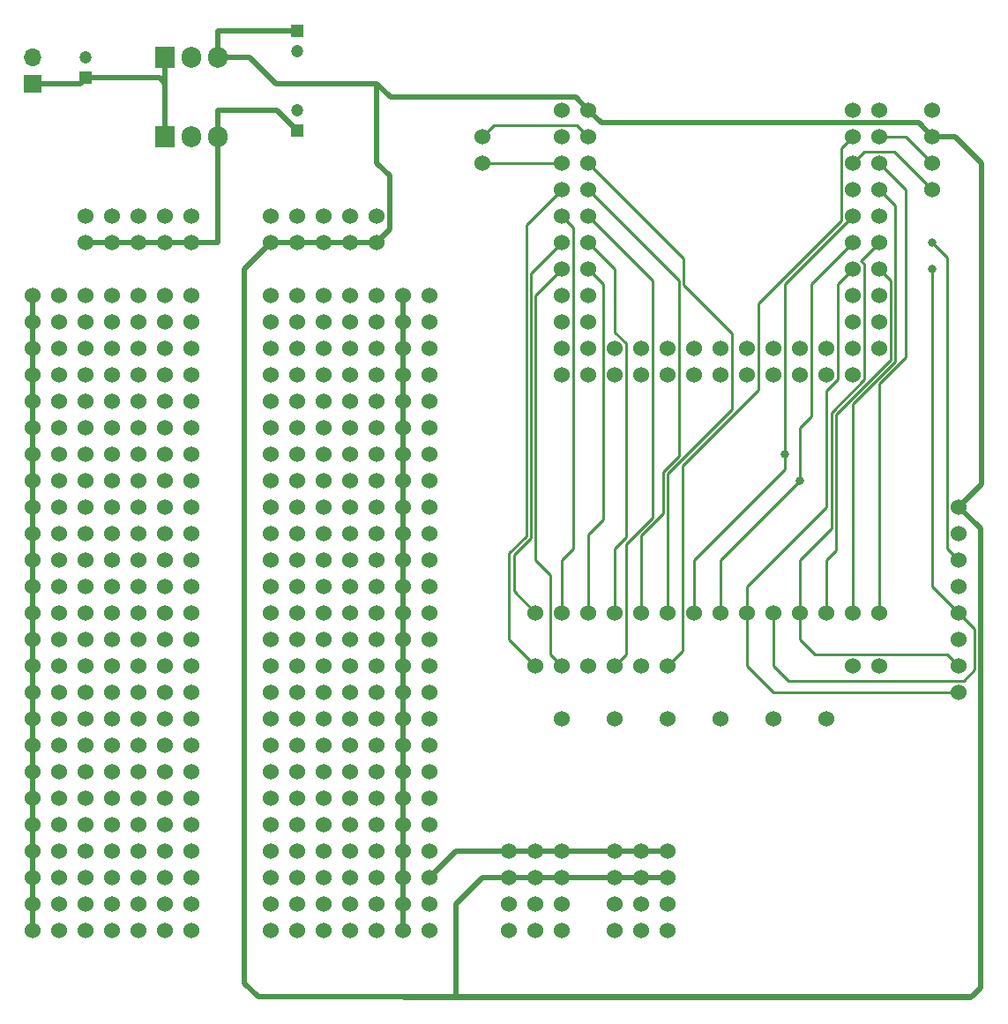
<source format=gbr>
%TF.GenerationSoftware,KiCad,Pcbnew,7.0.10*%
%TF.CreationDate,2024-01-16T02:40:29-05:00*%
%TF.ProjectId,esp32-wroom-adapter,65737033-322d-4777-926f-6f6d2d616461,v1.10*%
%TF.SameCoordinates,Original*%
%TF.FileFunction,Copper,L1,Top*%
%TF.FilePolarity,Positive*%
%FSLAX46Y46*%
G04 Gerber Fmt 4.6, Leading zero omitted, Abs format (unit mm)*
G04 Created by KiCad (PCBNEW 7.0.10) date 2024-01-16 02:40:29*
%MOMM*%
%LPD*%
G01*
G04 APERTURE LIST*
%TA.AperFunction,ComponentPad*%
%ADD10C,1.524000*%
%TD*%
%TA.AperFunction,ComponentPad*%
%ADD11R,1.905000X2.000000*%
%TD*%
%TA.AperFunction,ComponentPad*%
%ADD12O,1.905000X2.000000*%
%TD*%
%TA.AperFunction,ComponentPad*%
%ADD13R,1.200000X1.200000*%
%TD*%
%TA.AperFunction,ComponentPad*%
%ADD14C,1.200000*%
%TD*%
%TA.AperFunction,ComponentPad*%
%ADD15R,1.700000X1.700000*%
%TD*%
%TA.AperFunction,ComponentPad*%
%ADD16O,1.700000X1.700000*%
%TD*%
%TA.AperFunction,ViaPad*%
%ADD17C,0.800000*%
%TD*%
%TA.AperFunction,Conductor*%
%ADD18C,0.500000*%
%TD*%
%TA.AperFunction,Conductor*%
%ADD19C,0.250000*%
%TD*%
G04 APERTURE END LIST*
D10*
%TO.P,J2,GND,GND*%
%TO.N,GND*%
X190500000Y-124460000D03*
X193040000Y-124460000D03*
X195580000Y-124460000D03*
%TO.P,J2,SCL,SCL*%
%TO.N,Net-(J5-IO22)*%
X190500000Y-132080000D03*
X193040000Y-132080000D03*
X195580000Y-132080000D03*
%TO.P,J2,SDA,SDA*%
%TO.N,Net-(J5-IO21)*%
X190500000Y-129540000D03*
X193040000Y-129540000D03*
X195580000Y-129540000D03*
%TO.P,J2,Vcc,VCC*%
%TO.N,+3V3*%
X190500000Y-127000000D03*
X193040000Y-127000000D03*
X195580000Y-127000000D03*
%TD*%
%TO.P,BRD_25x1,*%
%TO.N,*%
X139700000Y-73660000D03*
X139700000Y-76200000D03*
X139700000Y-78740000D03*
X139700000Y-83820000D03*
X139700000Y-86360000D03*
X139700000Y-88900000D03*
X139700000Y-91440000D03*
X139700000Y-96520000D03*
X139700000Y-99060000D03*
X139700000Y-101600000D03*
X139700000Y-104140000D03*
X139700000Y-109220000D03*
X139700000Y-111760000D03*
X139700000Y-114300000D03*
X139700000Y-116840000D03*
X139700000Y-121920000D03*
X139700000Y-124460000D03*
X139700000Y-127000000D03*
X139700000Y-129540000D03*
X142240000Y-73660000D03*
X142240000Y-76200000D03*
X142240000Y-78740000D03*
X142240000Y-83820000D03*
X142240000Y-86360000D03*
X142240000Y-88900000D03*
X142240000Y-91440000D03*
X142240000Y-96520000D03*
X142240000Y-99060000D03*
X142240000Y-101600000D03*
X142240000Y-104140000D03*
X142240000Y-109220000D03*
X142240000Y-111760000D03*
X142240000Y-114300000D03*
X142240000Y-116840000D03*
X142240000Y-121920000D03*
X142240000Y-124460000D03*
X142240000Y-127000000D03*
X142240000Y-129540000D03*
X144780000Y-73660000D03*
X144780000Y-76200000D03*
X144780000Y-78740000D03*
X144780000Y-83820000D03*
X144780000Y-86360000D03*
X144780000Y-88900000D03*
X144780000Y-91440000D03*
X144780000Y-96520000D03*
X144780000Y-99060000D03*
X144780000Y-101600000D03*
X144780000Y-104140000D03*
X144780000Y-109220000D03*
X144780000Y-111760000D03*
X144780000Y-114300000D03*
X144780000Y-116840000D03*
X144780000Y-121920000D03*
X144780000Y-124460000D03*
X144780000Y-127000000D03*
X144780000Y-129540000D03*
X147320000Y-73660000D03*
X147320000Y-76200000D03*
X147320000Y-78740000D03*
X147320000Y-83820000D03*
X147320000Y-86360000D03*
X147320000Y-88900000D03*
X147320000Y-91440000D03*
X147320000Y-96520000D03*
X147320000Y-99060000D03*
X147320000Y-101600000D03*
X147320000Y-104140000D03*
X147320000Y-109220000D03*
X147320000Y-111760000D03*
X147320000Y-114300000D03*
X147320000Y-116840000D03*
X147320000Y-121920000D03*
X147320000Y-124460000D03*
X147320000Y-127000000D03*
X147320000Y-129540000D03*
X149860000Y-73660000D03*
X149860000Y-76200000D03*
X149860000Y-78740000D03*
X149860000Y-83820000D03*
X149860000Y-86360000D03*
X149860000Y-88900000D03*
X149860000Y-91440000D03*
X149860000Y-96520000D03*
X149860000Y-99060000D03*
X149860000Y-101600000D03*
X149860000Y-104140000D03*
X149860000Y-109220000D03*
X149860000Y-111760000D03*
X149860000Y-114300000D03*
X149860000Y-116840000D03*
X149860000Y-121920000D03*
X149860000Y-124460000D03*
X149860000Y-127000000D03*
X149860000Y-129540000D03*
X157480000Y-96520000D03*
X157480000Y-99060000D03*
X157480000Y-101600000D03*
X157480000Y-104140000D03*
X157480000Y-109220000D03*
X157480000Y-111760000D03*
X157480000Y-114300000D03*
X157480000Y-116840000D03*
X157480000Y-121920000D03*
X157480000Y-124460000D03*
X157480000Y-127000000D03*
X157480000Y-129540000D03*
X160020000Y-96520000D03*
X160020000Y-99060000D03*
X160020000Y-101600000D03*
X160020000Y-104140000D03*
X160020000Y-109220000D03*
X160020000Y-111760000D03*
X160020000Y-114300000D03*
X160020000Y-116840000D03*
X160020000Y-121920000D03*
X160020000Y-124460000D03*
X160020000Y-127000000D03*
X160020000Y-129540000D03*
X162560000Y-96520000D03*
X162560000Y-99060000D03*
X162560000Y-101600000D03*
X162560000Y-104140000D03*
X162560000Y-109220000D03*
X162560000Y-111760000D03*
X162560000Y-114300000D03*
X162560000Y-116840000D03*
X162560000Y-121920000D03*
X162560000Y-124460000D03*
X162560000Y-127000000D03*
X162560000Y-129540000D03*
X165100000Y-96520000D03*
X165100000Y-99060000D03*
X165100000Y-101600000D03*
X165100000Y-104140000D03*
X165100000Y-109220000D03*
X165100000Y-111760000D03*
X165100000Y-114300000D03*
X165100000Y-116840000D03*
X165100000Y-121920000D03*
X165100000Y-124460000D03*
X165100000Y-127000000D03*
X165100000Y-129540000D03*
X167640000Y-96520000D03*
X167640000Y-99060000D03*
X167640000Y-101600000D03*
X167640000Y-104140000D03*
X167640000Y-109220000D03*
X167640000Y-111760000D03*
X167640000Y-114300000D03*
X167640000Y-116840000D03*
X167640000Y-121920000D03*
X167640000Y-124460000D03*
X167640000Y-127000000D03*
X167640000Y-129540000D03*
%TO.P,BRD_25x1,1,P*%
%TO.N,unconnected-(BRD_25x1-P-Pad1)*%
X157480000Y-71120000D03*
X160020000Y-71120000D03*
X162560000Y-71120000D03*
X165100000Y-71120000D03*
X167640000Y-71120000D03*
%TO.P,BRD_25x1,2,P*%
%TO.N,unconnected-(BRD_25x1-P-Pad2)*%
X157480000Y-73660000D03*
X160020000Y-73660000D03*
X162560000Y-73660000D03*
X165100000Y-73660000D03*
X167640000Y-73660000D03*
%TO.P,BRD_25x1,3,P*%
%TO.N,unconnected-(BRD_25x1-P-Pad3)*%
X157480000Y-76200000D03*
X160020000Y-76200000D03*
X162560000Y-76200000D03*
X165100000Y-76200000D03*
X167640000Y-76200000D03*
%TO.P,BRD_25x1,3V3,3V3*%
%TO.N,+3V3*%
X157480000Y-66040000D03*
X160020000Y-66040000D03*
X162560000Y-66040000D03*
X165100000Y-66040000D03*
X167640000Y-66040000D03*
%TO.P,BRD_25x1,4,P*%
%TO.N,unconnected-(BRD_25x1-P-Pad4)*%
X157480000Y-78740000D03*
X160020000Y-78740000D03*
X162560000Y-78740000D03*
X165100000Y-78740000D03*
X167640000Y-78740000D03*
%TO.P,BRD_25x1,5,P*%
%TO.N,unconnected-(BRD_25x1-P-Pad5)*%
X157480000Y-81280000D03*
X160020000Y-81280000D03*
X162560000Y-81280000D03*
X165100000Y-81280000D03*
X167640000Y-81280000D03*
%TO.P,BRD_25x1,5V,5V*%
%TO.N,+5V*%
X139700000Y-66040000D03*
X142240000Y-66040000D03*
X144780000Y-66040000D03*
X147320000Y-66040000D03*
X149860000Y-66040000D03*
%TO.P,BRD_25x1,6,P*%
%TO.N,unconnected-(BRD_25x1-P-Pad6)*%
X157480000Y-83820000D03*
X160020000Y-83820000D03*
X162560000Y-83820000D03*
X165100000Y-83820000D03*
X167640000Y-83820000D03*
%TO.P,BRD_25x1,7,P*%
%TO.N,unconnected-(BRD_25x1-P-Pad7)*%
X157480000Y-86360000D03*
X160020000Y-86360000D03*
X162560000Y-86360000D03*
X165100000Y-86360000D03*
X167640000Y-86360000D03*
%TO.P,BRD_25x1,8,P*%
%TO.N,unconnected-(BRD_25x1-P-Pad8)*%
X157480000Y-88900000D03*
X160020000Y-88900000D03*
X162560000Y-88900000D03*
X165100000Y-88900000D03*
X167640000Y-88900000D03*
%TO.P,BRD_25x1,9,P*%
%TO.N,unconnected-(BRD_25x1-P-Pad9)*%
X157480000Y-91440000D03*
X160020000Y-91440000D03*
X162560000Y-91440000D03*
X165100000Y-91440000D03*
X167640000Y-91440000D03*
%TO.P,BRD_25x1,10,P*%
%TO.N,unconnected-(BRD_25x1-P-Pad10)*%
X157480000Y-93980000D03*
X160020000Y-93980000D03*
X162560000Y-93980000D03*
X165100000Y-93980000D03*
X167640000Y-93980000D03*
%TO.P,BRD_25x1,15,P*%
%TO.N,unconnected-(BRD_25x1-P-Pad15)*%
X157480000Y-106680000D03*
X160020000Y-106680000D03*
X162560000Y-106680000D03*
X165100000Y-106680000D03*
X167640000Y-106680000D03*
%TO.P,BRD_25x1,20,P*%
%TO.N,unconnected-(BRD_25x1-P-Pad20)*%
X157480000Y-119380000D03*
X160020000Y-119380000D03*
X162560000Y-119380000D03*
X165100000Y-119380000D03*
X167640000Y-119380000D03*
%TO.P,BRD_25x1,25,P*%
%TO.N,unconnected-(BRD_25x1-P-Pad25)*%
X157480000Y-132080000D03*
X160020000Y-132080000D03*
X162560000Y-132080000D03*
X165100000Y-132080000D03*
X167640000Y-132080000D03*
%TO.P,BRD_25x1,26,P*%
%TO.N,unconnected-(BRD_25x1-P-Pad26)*%
X139700000Y-71120000D03*
X142240000Y-71120000D03*
X144780000Y-71120000D03*
X147320000Y-71120000D03*
X149860000Y-71120000D03*
%TO.P,BRD_25x1,30,P*%
%TO.N,unconnected-(BRD_25x1-P-Pad30)*%
X139700000Y-81280000D03*
X142240000Y-81280000D03*
X144780000Y-81280000D03*
X147320000Y-81280000D03*
X149860000Y-81280000D03*
%TO.P,BRD_25x1,35,P*%
%TO.N,unconnected-(BRD_25x1-P-Pad35)*%
X139700000Y-93980000D03*
X142240000Y-93980000D03*
X144780000Y-93980000D03*
X147320000Y-93980000D03*
X149860000Y-93980000D03*
%TO.P,BRD_25x1,40,P*%
%TO.N,unconnected-(BRD_25x1-P-Pad40)*%
X139700000Y-106680000D03*
X142240000Y-106680000D03*
X144780000Y-106680000D03*
X147320000Y-106680000D03*
X149860000Y-106680000D03*
%TO.P,BRD_25x1,45,P*%
%TO.N,unconnected-(BRD_25x1-P-Pad45)*%
X139700000Y-119380000D03*
X142240000Y-119380000D03*
X144780000Y-119380000D03*
X147320000Y-119380000D03*
X149860000Y-119380000D03*
%TO.P,BRD_25x1,50,P*%
%TO.N,unconnected-(BRD_25x1-P-Pad50)*%
X139700000Y-132080000D03*
X142240000Y-132080000D03*
X144780000Y-132080000D03*
X147320000Y-132080000D03*
X149860000Y-132080000D03*
%TO.P,BRD_25x1,GND,GND*%
%TO.N,GND*%
X137160000Y-71120000D03*
X137160000Y-73660000D03*
X137160000Y-76200000D03*
X137160000Y-78740000D03*
X137160000Y-81280000D03*
X137160000Y-83820000D03*
X137160000Y-86360000D03*
X137160000Y-88900000D03*
X137160000Y-91440000D03*
X137160000Y-93980000D03*
X137160000Y-96520000D03*
X137160000Y-99060000D03*
X137160000Y-101600000D03*
X137160000Y-104140000D03*
X137160000Y-106680000D03*
X137160000Y-109220000D03*
X137160000Y-111760000D03*
X137160000Y-114300000D03*
X137160000Y-116840000D03*
X137160000Y-119380000D03*
X137160000Y-121920000D03*
X137160000Y-124460000D03*
X137160000Y-127000000D03*
X137160000Y-129540000D03*
X137160000Y-132080000D03*
X139700000Y-63500000D03*
X142240000Y-63500000D03*
X144780000Y-63500000D03*
X147320000Y-63500000D03*
X149860000Y-63500000D03*
X157480000Y-63500000D03*
X160020000Y-63500000D03*
X162560000Y-63500000D03*
X165100000Y-63500000D03*
X167640000Y-63500000D03*
X172720000Y-71120000D03*
X172720000Y-73660000D03*
X172720000Y-76200000D03*
X172720000Y-78740000D03*
X172720000Y-81280000D03*
X172720000Y-83820000D03*
X172720000Y-86360000D03*
X172720000Y-88900000D03*
X172720000Y-91440000D03*
X172720000Y-93980000D03*
X172720000Y-96520000D03*
X172720000Y-99060000D03*
X172720000Y-101600000D03*
X172720000Y-104140000D03*
X172720000Y-106680000D03*
X172720000Y-109220000D03*
X172720000Y-111760000D03*
X172720000Y-114300000D03*
X172720000Y-116840000D03*
X172720000Y-119380000D03*
X172720000Y-121920000D03*
X172720000Y-124460000D03*
X172720000Y-127000000D03*
X172720000Y-129540000D03*
X172720000Y-132080000D03*
%TO.P,BRD_25x1,VCC,Vcc*%
%TO.N,unconnected-(BRD_25x1-Vcc-PadVCC)*%
X134620000Y-71120000D03*
X134620000Y-73660000D03*
X134620000Y-76200000D03*
X134620000Y-78740000D03*
X134620000Y-81280000D03*
X134620000Y-83820000D03*
X134620000Y-86360000D03*
X134620000Y-88900000D03*
X134620000Y-91440000D03*
X134620000Y-93980000D03*
X134620000Y-96520000D03*
X134620000Y-99060000D03*
X134620000Y-101600000D03*
X134620000Y-104140000D03*
X134620000Y-106680000D03*
X134620000Y-109220000D03*
X134620000Y-111760000D03*
X134620000Y-114300000D03*
X134620000Y-116840000D03*
X134620000Y-119380000D03*
X134620000Y-121920000D03*
X134620000Y-124460000D03*
X134620000Y-127000000D03*
X134620000Y-129540000D03*
X134620000Y-132080000D03*
X170180000Y-71120000D03*
X170180000Y-73660000D03*
X170180000Y-76200000D03*
X170180000Y-78740000D03*
X170180000Y-81280000D03*
X170180000Y-83820000D03*
X170180000Y-86360000D03*
X170180000Y-88900000D03*
X170180000Y-91440000D03*
X170180000Y-93980000D03*
X170180000Y-96520000D03*
X170180000Y-99060000D03*
X170180000Y-101600000D03*
X170180000Y-104140000D03*
X170180000Y-106680000D03*
X170180000Y-109220000D03*
X170180000Y-111760000D03*
X170180000Y-114300000D03*
X170180000Y-116840000D03*
X170180000Y-119380000D03*
X170180000Y-121920000D03*
X170180000Y-124460000D03*
X170180000Y-127000000D03*
X170180000Y-129540000D03*
X170180000Y-132080000D03*
%TD*%
D11*
%TO.P,U2,1,VI*%
%TO.N,Net-(J1-Pin_1)*%
X147320000Y-55880000D03*
D12*
%TO.P,U2,2,GND*%
%TO.N,GND*%
X149860000Y-55880000D03*
%TO.P,U2,3,VO*%
%TO.N,+5V*%
X152400000Y-55880000D03*
%TD*%
D10*
%TO.P,J3,GND,GND*%
%TO.N,GND*%
X180340000Y-124460000D03*
X182880000Y-124460000D03*
X185420000Y-124460000D03*
%TO.P,J3,SCL,SCL*%
%TO.N,Net-(J5-IO22)*%
X180340000Y-132080000D03*
X182880000Y-132080000D03*
X185420000Y-132080000D03*
%TO.P,J3,SDA,SDA*%
%TO.N,Net-(J5-IO21)*%
X180340000Y-129540000D03*
X182880000Y-129540000D03*
X185420000Y-129540000D03*
%TO.P,J3,Vcc,VCC*%
%TO.N,+3V3*%
X180340000Y-127000000D03*
X182880000Y-127000000D03*
X185420000Y-127000000D03*
%TD*%
%TO.P,J4,BUSY,BUSY*%
%TO.N,Net-(J5-IO4)*%
X223520000Y-109220000D03*
%TO.P,J4,CLK,CLK*%
%TO.N,Net-(J5-IO18)*%
X223520000Y-99060000D03*
%TO.P,J4,CS,CS*%
%TO.N,Net-(J5-IO5)*%
X223520000Y-101600000D03*
%TO.P,J4,DC,DC*%
%TO.N,Net-(J5-IO17)*%
X223520000Y-104140000D03*
%TO.P,J4,DIN,DIN*%
%TO.N,Net-(J5-IO23)*%
X223520000Y-96520000D03*
%TO.P,J4,GND,GND*%
%TO.N,GND*%
X223520000Y-93980000D03*
%TO.P,J4,RST,RST*%
%TO.N,Net-(J5-IO16)*%
X223520000Y-106680000D03*
%TO.P,J4,Vcc,Vcc*%
%TO.N,+3V3*%
X223520000Y-91440000D03*
%TD*%
%TO.P,J6,3V3,3V3*%
%TO.N,+3V3*%
X220980000Y-55880000D03*
%TO.P,J6,GND,GND*%
%TO.N,GND*%
X220980000Y-53340000D03*
%TO.P,J6,RXD,RXD*%
%TO.N,Net-(U1-RXD0{slash}IO3)*%
X220980000Y-60960000D03*
%TO.P,J6,TXD,TXD*%
%TO.N,Net-(U1-TXD0{slash}IO1)*%
X220980000Y-58420000D03*
%TD*%
D11*
%TO.P,U3,1,VI*%
%TO.N,Net-(J1-Pin_1)*%
X147320000Y-48260000D03*
D12*
%TO.P,U3,2,GND*%
%TO.N,GND*%
X149860000Y-48260000D03*
%TO.P,U3,3,VO*%
%TO.N,+3V3*%
X152400000Y-48260000D03*
%TD*%
D13*
%TO.P,C3,1*%
%TO.N,Net-(J1-Pin_1)*%
X139700000Y-50260000D03*
D14*
%TO.P,C3,2*%
%TO.N,GND*%
X139700000Y-48260000D03*
%TD*%
D13*
%TO.P,C2,1*%
%TO.N,+5V*%
X160020000Y-55340000D03*
D14*
%TO.P,C2,2*%
%TO.N,GND*%
X160020000Y-53340000D03*
%TD*%
D10*
%TO.P,J5,6,IO34*%
%TO.N,Net-(J5-IO34)*%
X195580000Y-101600000D03*
%TO.P,J5,7,IO35*%
%TO.N,Net-(J5-IO35)*%
X182880000Y-106680000D03*
%TO.P,J5,8,IO32*%
%TO.N,Net-(J5-IO32)*%
X193040000Y-101600000D03*
%TO.P,J5,9,IO33*%
%TO.N,Net-(J5-IO33)*%
X185420000Y-101600000D03*
%TO.P,J5,10,IO25*%
%TO.N,Net-(J5-IO25)*%
X190500000Y-106680000D03*
%TO.P,J5,11,IO26*%
%TO.N,Net-(J5-IO26)*%
X182880000Y-101600000D03*
%TO.P,J5,12,IO27*%
%TO.N,Net-(J5-IO27)*%
X190500000Y-101600000D03*
%TO.P,J5,13,IO14*%
%TO.N,Net-(J5-IO14)*%
X185420000Y-106680000D03*
%TO.P,J5,14,IO12*%
%TO.N,Net-(J5-IO12)*%
X187960000Y-101600000D03*
%TO.P,J5,16,IO13*%
%TO.N,Net-(J5-IO13)*%
X187960000Y-106680000D03*
%TO.P,J5,17,SD2*%
%TO.N,Net-(J5-SD2)*%
X195580000Y-111760000D03*
%TO.P,J5,18,SD3*%
%TO.N,Net-(J5-SD3)*%
X200660000Y-111760000D03*
%TO.P,J5,19,CMD*%
%TO.N,Net-(J5-CMD)*%
X205740000Y-111760000D03*
%TO.P,J5,20,CLK*%
%TO.N,Net-(J5-CLK)*%
X210820000Y-111760000D03*
%TO.P,J5,21,SD0*%
%TO.N,Net-(J5-SD0)*%
X185420000Y-111760000D03*
%TO.P,J5,22,SD1*%
%TO.N,Net-(J5-SD1)*%
X190500000Y-111760000D03*
%TO.P,J5,23,IO15*%
%TO.N,Net-(J5-IO15)*%
X193040000Y-106680000D03*
%TO.P,J5,24,IO2*%
%TO.N,Net-(J5-IO2)*%
X213360000Y-106680000D03*
%TO.P,J5,25,IO0*%
%TO.N,Net-(J5-IO0)*%
X210820000Y-101600000D03*
%TO.P,J5,26,IO4*%
%TO.N,Net-(J5-IO4)*%
X203200000Y-101600000D03*
%TO.P,J5,27,IO16*%
%TO.N,Net-(J5-IO16)*%
X208280000Y-101600000D03*
%TO.P,J5,28,IO17*%
%TO.N,Net-(J5-IO17)*%
X200660000Y-101600000D03*
%TO.P,J5,29,IO5*%
%TO.N,Net-(J5-IO5)*%
X205740000Y-101600000D03*
%TO.P,J5,30,IO18*%
%TO.N,Net-(J5-IO18)*%
X198120000Y-101600000D03*
%TO.P,J5,31,IO19*%
%TO.N,Net-(J5-IO19)*%
X213360000Y-101600000D03*
%TO.P,J5,33,IO21*%
%TO.N,Net-(J5-IO21)*%
X215900000Y-101600000D03*
%TO.P,J5,36,IO22*%
%TO.N,Net-(J5-IO22)*%
X195580000Y-106680000D03*
%TO.P,J5,37,IO23*%
%TO.N,Net-(J5-IO23)*%
X215900000Y-106680000D03*
%TD*%
D15*
%TO.P,J1,1,Pin_1*%
%TO.N,Net-(J1-Pin_1)*%
X134620000Y-50800000D03*
D16*
%TO.P,J1,2,Pin_2*%
%TO.N,GND*%
X134620000Y-48260000D03*
%TD*%
D13*
%TO.P,C1,1*%
%TO.N,+3V3*%
X160020000Y-45720000D03*
D14*
%TO.P,C1,2*%
%TO.N,GND*%
X160020000Y-47720000D03*
%TD*%
D10*
%TO.P,J7,4,SENSOR_VP*%
%TO.N,Net-(J7-SENSOR_VP)*%
X177800000Y-55880000D03*
%TO.P,J7,5,SENSOR_VN*%
%TO.N,Net-(J7-SENSOR_VN)*%
X177800000Y-58420000D03*
%TD*%
%TO.P,U1,*%
%TO.N,*%
X185420000Y-71120000D03*
X185420000Y-73660000D03*
X185420000Y-76200000D03*
X185420000Y-78740000D03*
X187960000Y-71120000D03*
X187960000Y-73660000D03*
X187960000Y-76200000D03*
X187960000Y-78740000D03*
X190500000Y-76200000D03*
X193040000Y-76200000D03*
X195580000Y-76200000D03*
X198120000Y-76200000D03*
X200660000Y-76200000D03*
X203200000Y-76200000D03*
X205740000Y-76200000D03*
X208280000Y-76200000D03*
X210820000Y-76200000D03*
X213360000Y-71120000D03*
X213360000Y-73660000D03*
X213360000Y-76200000D03*
X213360000Y-78740000D03*
X215900000Y-71120000D03*
X215900000Y-73660000D03*
X215900000Y-76200000D03*
%TO.P,U1,1,GND*%
%TO.N,GND*%
X185420000Y-53340000D03*
%TO.P,U1,2,VDD*%
%TO.N,+3V3*%
X187960000Y-53340000D03*
%TO.P,U1,3,EN*%
%TO.N,Net-(J5-EN)*%
X185420000Y-55880000D03*
%TO.P,U1,4,SENSOR_VP*%
%TO.N,Net-(J7-SENSOR_VP)*%
X187960000Y-55880000D03*
%TO.P,U1,5,SENSOR_VN*%
%TO.N,Net-(J7-SENSOR_VN)*%
X185420000Y-58420000D03*
%TO.P,U1,6,IO34*%
%TO.N,Net-(J5-IO34)*%
X187960000Y-58420000D03*
%TO.P,U1,7,IO35*%
%TO.N,Net-(J5-IO35)*%
X185420000Y-60960000D03*
%TO.P,U1,8,IO32*%
%TO.N,Net-(J5-IO32)*%
X187960000Y-60960000D03*
%TO.P,U1,9,IO33*%
%TO.N,Net-(J5-IO33)*%
X185420000Y-63500000D03*
%TO.P,U1,10,IO25*%
%TO.N,Net-(J5-IO25)*%
X187960000Y-63500000D03*
%TO.P,U1,11,IO26*%
%TO.N,Net-(J5-IO26)*%
X185420000Y-66040000D03*
%TO.P,U1,12,IO27*%
%TO.N,Net-(J5-IO27)*%
X187960000Y-66040000D03*
%TO.P,U1,13,IO14*%
%TO.N,Net-(J5-IO14)*%
X185420000Y-68580000D03*
%TO.P,U1,14,IO12*%
%TO.N,Net-(J5-IO12)*%
X187960000Y-68580000D03*
%TO.P,U1,25,IO0*%
%TO.N,Net-(J5-IO0)*%
X215900000Y-68580000D03*
%TO.P,U1,26,IO4*%
%TO.N,Net-(J5-IO4)*%
X213360000Y-68580000D03*
%TO.P,U1,27,IO16*%
%TO.N,Net-(J5-IO16)*%
X215900000Y-66040000D03*
%TO.P,U1,28,IO17*%
%TO.N,Net-(J5-IO17)*%
X213360000Y-66040000D03*
%TO.P,U1,29,IO5*%
%TO.N,Net-(J5-IO5)*%
X215900000Y-63500000D03*
%TO.P,U1,30,IO18*%
%TO.N,Net-(J5-IO18)*%
X213360000Y-63500000D03*
%TO.P,U1,31,IO19*%
%TO.N,Net-(J5-IO19)*%
X215900000Y-60960000D03*
%TO.P,U1,32,NC*%
%TO.N,unconnected-(U1-NC-Pad32)*%
X213360000Y-60960000D03*
%TO.P,U1,33,IO21*%
%TO.N,Net-(J5-IO21)*%
X215900000Y-58420000D03*
%TO.P,U1,34,RXD0/IO3*%
%TO.N,Net-(U1-RXD0{slash}IO3)*%
X213360000Y-58420000D03*
%TO.P,U1,35,TXD0/IO1*%
%TO.N,Net-(U1-TXD0{slash}IO1)*%
X215900000Y-55880000D03*
%TO.P,U1,36,IO22*%
%TO.N,Net-(J5-IO22)*%
X213360000Y-55880000D03*
%TO.P,U1,37,IO23*%
%TO.N,Net-(J5-IO23)*%
X215900000Y-53340000D03*
%TO.P,U1,38,GND*%
%TO.N,GND*%
X213360000Y-53340000D03*
%TO.P,U1,41*%
%TO.N,N/C*%
X190500000Y-78740000D03*
X193040000Y-78740000D03*
X195580000Y-78740000D03*
X198120000Y-78740000D03*
X200660000Y-78740000D03*
X203200000Y-78740000D03*
X205740000Y-78740000D03*
X208280000Y-78740000D03*
X210820000Y-78740000D03*
%TD*%
D17*
%TO.N,Net-(J5-IO18)*%
X206827000Y-86360000D03*
%TO.N,Net-(J5-IO5)*%
X220980000Y-68580000D03*
%TO.N,Net-(J5-IO17)*%
X208280000Y-88900000D03*
%TO.N,Net-(J5-IO23)*%
X220980000Y-66040000D03*
%TD*%
D18*
%TO.N,Net-(J1-Pin_1)*%
X139160000Y-50800000D02*
X139700000Y-50260000D01*
X147320000Y-50800000D02*
X147320000Y-48260000D01*
X146780000Y-50260000D02*
X139700000Y-50260000D01*
X147320000Y-55880000D02*
X147320000Y-50800000D01*
X134620000Y-50800000D02*
X139160000Y-50800000D01*
X147320000Y-50800000D02*
X146780000Y-50260000D01*
D19*
%TO.N,Net-(J5-IO22)*%
X212273000Y-63950604D02*
X212273000Y-56967000D01*
X197033000Y-87447000D02*
X204287000Y-80193000D01*
X197033000Y-105227000D02*
X197033000Y-87447000D01*
X212273000Y-56967000D02*
X213360000Y-55880000D01*
X204287000Y-71936604D02*
X212273000Y-63950604D01*
X195580000Y-106680000D02*
X197033000Y-105227000D01*
X204287000Y-80193000D02*
X204287000Y-71936604D01*
%TO.N,Net-(J5-IO21)*%
X218440000Y-60960000D02*
X215900000Y-58420000D01*
X215900000Y-79646439D02*
X218440000Y-77106439D01*
X215900000Y-101600000D02*
X215900000Y-79646439D01*
X218440000Y-77106439D02*
X218440000Y-60960000D01*
%TO.N,Net-(J5-IO4)*%
X203200000Y-99060000D02*
X210820000Y-91440000D01*
X210820000Y-80277251D02*
X211907000Y-79190251D01*
X211907000Y-70033000D02*
X213360000Y-68580000D01*
X205740000Y-109220000D02*
X203200000Y-106680000D01*
X203200000Y-106680000D02*
X203200000Y-101600000D01*
X210820000Y-91440000D02*
X210820000Y-80277251D01*
X203200000Y-101600000D02*
X203200000Y-99060000D01*
X211907000Y-79190251D02*
X211907000Y-70033000D01*
X223520000Y-109220000D02*
X205740000Y-109220000D01*
%TO.N,Net-(J5-IO18)*%
X206827000Y-70033000D02*
X213360000Y-63500000D01*
X206827000Y-86360000D02*
X206827000Y-70033000D01*
X206827000Y-87813000D02*
X198120000Y-96520000D01*
X198120000Y-96520000D02*
X198120000Y-101600000D01*
X206827000Y-86360000D02*
X206827000Y-87813000D01*
%TO.N,Net-(J5-IO5)*%
X223970251Y-108133000D02*
X225035000Y-107068251D01*
X223520000Y-101600000D02*
X220980000Y-99060000D01*
X225035000Y-107068251D02*
X225035000Y-103115000D01*
X205740000Y-101600000D02*
X205740000Y-106680000D01*
X207193000Y-108133000D02*
X223970251Y-108133000D01*
X225035000Y-103115000D02*
X223520000Y-101600000D01*
X220980000Y-99060000D02*
X220980000Y-68580000D01*
X205740000Y-106680000D02*
X207193000Y-108133000D01*
%TO.N,Net-(J5-IO17)*%
X209367000Y-82733000D02*
X209367000Y-70033000D01*
X208280000Y-88900000D02*
X208280000Y-83820000D01*
X209367000Y-70033000D02*
X213360000Y-66040000D01*
X208280000Y-88900000D02*
X200660000Y-96520000D01*
X200660000Y-96520000D02*
X200660000Y-101600000D01*
X208280000Y-83820000D02*
X209367000Y-82733000D01*
%TO.N,Net-(J5-IO23)*%
X222433000Y-67493000D02*
X222433000Y-95433000D01*
X222433000Y-95433000D02*
X223520000Y-96520000D01*
X220980000Y-66040000D02*
X222433000Y-67493000D01*
%TO.N,Net-(J5-IO16)*%
X208280000Y-96520000D02*
X211270000Y-93530000D01*
X214128626Y-67811374D02*
X215900000Y-66040000D01*
X214447000Y-68129749D02*
X214128626Y-67811374D01*
X208280000Y-101600000D02*
X208280000Y-96520000D01*
X211270000Y-93530000D02*
X211270000Y-82367251D01*
X222433000Y-105593000D02*
X209733000Y-105593000D01*
X209733000Y-105593000D02*
X208280000Y-104140000D01*
X214447000Y-79190251D02*
X214447000Y-68129749D01*
X223520000Y-106680000D02*
X222433000Y-105593000D01*
X208280000Y-104140000D02*
X208280000Y-101600000D01*
X211270000Y-82367251D02*
X214447000Y-79190251D01*
%TO.N,Net-(J5-IO34)*%
X201747000Y-82096604D02*
X201747000Y-74747000D01*
X195580000Y-88263604D02*
X201747000Y-82096604D01*
X197117000Y-67577000D02*
X187960000Y-58420000D01*
X197117000Y-70117000D02*
X197117000Y-67577000D01*
X195580000Y-101600000D02*
X195580000Y-88263604D01*
X201747000Y-74747000D02*
X197117000Y-70117000D01*
%TO.N,Net-(J5-IO35)*%
X180340000Y-104140000D02*
X180340000Y-95883604D01*
X180340000Y-95883604D02*
X181980000Y-94243604D01*
X181980000Y-94243604D02*
X181980000Y-64400000D01*
X181980000Y-64400000D02*
X185420000Y-60960000D01*
X182880000Y-106680000D02*
X180340000Y-104140000D01*
%TO.N,Net-(J5-IO32)*%
X196667000Y-86540208D02*
X196667000Y-69667000D01*
X195130000Y-92076396D02*
X195130000Y-88077208D01*
X193040000Y-94166396D02*
X195130000Y-92076396D01*
X193040000Y-101600000D02*
X193040000Y-94166396D01*
X196667000Y-69667000D02*
X187960000Y-60960000D01*
X195130000Y-88077208D02*
X196667000Y-86540208D01*
%TO.N,Net-(J5-IO33)*%
X186507000Y-64587000D02*
X185420000Y-63500000D01*
X186507000Y-95433000D02*
X186507000Y-64587000D01*
X185420000Y-96520000D02*
X186507000Y-95433000D01*
X185420000Y-101600000D02*
X185420000Y-96520000D01*
%TO.N,Net-(J5-IO25)*%
X191587000Y-94983000D02*
X194127000Y-92443000D01*
X191587000Y-105593000D02*
X191587000Y-94983000D01*
X190500000Y-106680000D02*
X191587000Y-105593000D01*
X194127000Y-92443000D02*
X194127000Y-69667000D01*
X194127000Y-69667000D02*
X187960000Y-63500000D01*
%TO.N,Net-(J5-IO26)*%
X182430000Y-94430000D02*
X182430000Y-69030000D01*
X180790000Y-96070000D02*
X182430000Y-94430000D01*
X182430000Y-69030000D02*
X185420000Y-66040000D01*
X182880000Y-101600000D02*
X180790000Y-99510000D01*
X180790000Y-99510000D02*
X180790000Y-96070000D01*
D18*
%TO.N,+3V3*%
X175260000Y-138488000D02*
X175260000Y-129540000D01*
X152400000Y-48260000D02*
X152400000Y-45720000D01*
X155450000Y-48260000D02*
X157990000Y-50800000D01*
X175260000Y-138488000D02*
X224732000Y-138488000D01*
X223195000Y-55880000D02*
X225735000Y-58420000D01*
X157480000Y-66040000D02*
X154940000Y-68580000D01*
X189172000Y-54552000D02*
X219652000Y-54552000D01*
X167640000Y-58420000D02*
X168852000Y-59632000D01*
X225735000Y-89225000D02*
X225735000Y-58420000D01*
X168852000Y-64828000D02*
X167640000Y-66040000D01*
X219652000Y-54552000D02*
X220980000Y-55880000D01*
X175260000Y-129540000D02*
X177800000Y-127000000D01*
X186748000Y-52128000D02*
X187960000Y-53340000D01*
X225610000Y-137610000D02*
X225610000Y-93530000D01*
X220980000Y-55880000D02*
X223195000Y-55880000D01*
X154940000Y-137160000D02*
X156268000Y-138488000D01*
X167640000Y-50800000D02*
X167640000Y-58420000D01*
X156268000Y-138488000D02*
X175260000Y-138488000D01*
X167640000Y-50800000D02*
X168968000Y-52128000D01*
X168852000Y-59632000D02*
X168852000Y-64828000D01*
D19*
X225735000Y-137485000D02*
X224607000Y-138613000D01*
D18*
X157990000Y-50800000D02*
X167640000Y-50800000D01*
X168968000Y-52128000D02*
X186748000Y-52128000D01*
X152910000Y-48770000D02*
X152400000Y-48260000D01*
X225610000Y-93530000D02*
X223520000Y-91440000D01*
D19*
X195580000Y-138613000D02*
X170180000Y-138613000D01*
D18*
X177800000Y-127000000D02*
X195580000Y-127000000D01*
X223520000Y-91440000D02*
X225735000Y-89225000D01*
X154940000Y-68580000D02*
X154940000Y-137160000D01*
D19*
X224607000Y-138613000D02*
X195580000Y-138613000D01*
D18*
X224732000Y-138488000D02*
X225610000Y-137610000D01*
X187960000Y-53340000D02*
X189172000Y-54552000D01*
X152400000Y-45720000D02*
X160020000Y-45720000D01*
X157480000Y-66040000D02*
X167640000Y-66040000D01*
X152400000Y-48260000D02*
X155450000Y-48260000D01*
%TO.N,GND*%
X195580000Y-124460000D02*
X175260000Y-124460000D01*
X175260000Y-124460000D02*
X172720000Y-127000000D01*
%TO.N,+5V*%
X152400000Y-55880000D02*
X152400000Y-66040000D01*
X152400000Y-55880000D02*
X152400000Y-53340000D01*
X139700000Y-66040000D02*
X149860000Y-66040000D01*
X152400000Y-66040000D02*
X149860000Y-66040000D01*
X158020000Y-53340000D02*
X160020000Y-55340000D01*
X152400000Y-53340000D02*
X158020000Y-53340000D01*
%TO.N,unconnected-(BRD_25x1-Vcc-PadVCC)*%
X170180000Y-71120000D02*
X170180000Y-132080000D01*
X134620000Y-71120000D02*
X134620000Y-132080000D01*
D19*
%TO.N,Net-(J5-IO27)*%
X190500000Y-101600000D02*
X190500000Y-95433604D01*
X191587000Y-75749749D02*
X190500000Y-74662749D01*
X190500000Y-74662749D02*
X190500000Y-68580000D01*
X190500000Y-95433604D02*
X191587000Y-94346604D01*
X190500000Y-68580000D02*
X187960000Y-66040000D01*
X191587000Y-94346604D02*
X191587000Y-75749749D01*
%TO.N,Net-(J5-IO14)*%
X185420000Y-106680000D02*
X184333000Y-105593000D01*
X182880000Y-96520000D02*
X182880000Y-71120000D01*
X182880000Y-71120000D02*
X185420000Y-68580000D01*
X184333000Y-105593000D02*
X184333000Y-97973000D01*
X184333000Y-97973000D02*
X182880000Y-96520000D01*
%TO.N,Net-(J5-IO12)*%
X189413000Y-92618500D02*
X189413000Y-70033000D01*
X189413000Y-70033000D02*
X187960000Y-68580000D01*
X187960000Y-94071500D02*
X189413000Y-92618500D01*
X187960000Y-101600000D02*
X187960000Y-94071500D01*
%TO.N,Net-(J5-IO0)*%
X210820000Y-96520000D02*
X211720000Y-95620000D01*
X216987000Y-77286647D02*
X216987000Y-69667000D01*
X211720000Y-95620000D02*
X211720000Y-82553647D01*
X210820000Y-101600000D02*
X210820000Y-96520000D01*
X216987000Y-69667000D02*
X215900000Y-68580000D01*
X211720000Y-82553647D02*
X216987000Y-77286647D01*
%TO.N,Net-(J5-IO19)*%
X213360000Y-101600000D02*
X213360000Y-81550043D01*
X217437000Y-77473043D02*
X217437000Y-62497000D01*
X217437000Y-62497000D02*
X215900000Y-60960000D01*
X213360000Y-81550043D02*
X217437000Y-77473043D01*
%TO.N,Net-(J7-SENSOR_VP)*%
X177800000Y-55880000D02*
X178887000Y-54793000D01*
X186873000Y-54793000D02*
X187960000Y-55880000D01*
X178887000Y-54793000D02*
X186873000Y-54793000D01*
%TO.N,Net-(J7-SENSOR_VN)*%
X177800000Y-58420000D02*
X185420000Y-58420000D01*
%TO.N,Net-(U1-RXD0{slash}IO3)*%
X217353000Y-57333000D02*
X214447000Y-57333000D01*
X214447000Y-57333000D02*
X213360000Y-58420000D01*
X220980000Y-60960000D02*
X217353000Y-57333000D01*
%TO.N,Net-(U1-TXD0{slash}IO1)*%
X218440000Y-55880000D02*
X215900000Y-55880000D01*
X220980000Y-58420000D02*
X218440000Y-55880000D01*
%TD*%
M02*

</source>
